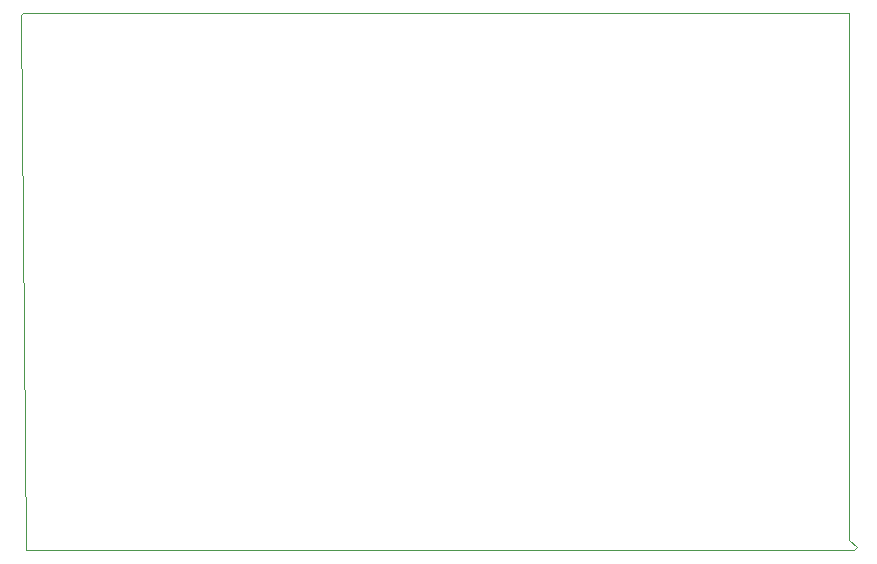
<source format=gbr>
G04*
G04 #@! TF.GenerationSoftware,Altium Limited,Altium Designer,24.1.2 (44)*
G04*
G04 Layer_Color=0*
%FSLAX44Y44*%
%MOMM*%
G71*
G04*
G04 #@! TF.SameCoordinates,5DE7BCAC-930E-4ACC-850D-064FDCF0EFED*
G04*
G04*
G04 #@! TF.FilePolarity,Positive*
G04*
G01*
G75*
%ADD74C,0.0254*%
D74*
X1270Y-1270D02*
X702310D01*
X704850Y1270D01*
X698500Y7620D01*
Y453390D01*
X-1270D01*
X-2540Y452120D01*
X1270Y-1270D01*
M02*

</source>
